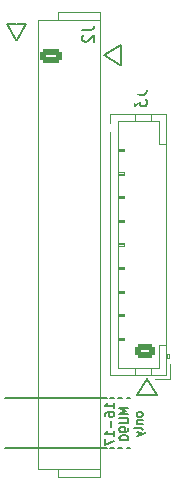
<source format=gbr>
G04 %TF.GenerationSoftware,KiCad,Pcbnew,(6.0.1)@% jlc*
G04 %TF.CreationDate,2022-07-06T22:23:35-07:00@% jlc*
G04 %TF.ProjectId,mu100-dit-connector-board,6d753130-302d-4646-9974-2d636f6e6e65,rev?@% jlc*
G04 %TF.SameCoordinates,PX4a615b8PY2b4db18@% jlc*
G04 %TF.FileFunction,Legend,Bot@% jlc*
G04 %TF.FilePolarity,Positive@% jlc*
%FSLAX46Y46*%
G04 Gerber Fmt 4.6, Leading zero omitted, Abs format (unit mm)*
G04 Created by KiCad (PCBNEW (6.0.1)) date 2022-07-06 22:23:35*
%MOMM*%
%LPD*%
G01*
G04 APERTURE LIST*
G04 Aperture macros list*
%AMRoundRect*
0 Rectangle with rounded corners*
0 $1 Rounding radius*
0 $2 $3 $4 $5 $6 $7 $8 $9 X,Y pos of 4 corners*
0 Add a 4 corners polygon primitive as box body*
4,1,4,$2,$3,$4,$5,$6,$7,$8,$9,$2,$3,0*
0 Add four circle primitives for the rounded corners*
1,1,$1+$1,$2,$3*
1,1,$1+$1,$4,$5*
1,1,$1+$1,$6,$7*
1,1,$1+$1,$8,$9*
0 Add four rect primitives between the rounded corners*
20,1,$1+$1,$2,$3,$4,$5,0*
20,1,$1+$1,$4,$5,$6,$7,0*
20,1,$1+$1,$6,$7,$8,$9,0*
20,1,$1+$1,$8,$9,$2,$3,0*%
G04 Aperture macros list end*
%ADD10C,0.150000*%
%ADD11C,0.120000*%
%ADD12R,1.350000X1.350000*%
%ADD13O,1.350000X1.350000*%
%ADD14RoundRect,0.250000X0.625000X-0.350000X0.625000X0.350000X-0.625000X0.350000X-0.625000X-0.350000X0*%
%ADD15O,1.750000X1.200000*%
%ADD16RoundRect,0.250000X-0.650000X0.350000X-0.650000X-0.350000X0.650000X-0.350000X0.650000X0.350000X0*%
%ADD17O,1.800000X1.200000*%
%ADD18C,0.800000*%
G04 APERTURE END LIST*
D10*
X79933400Y-46552000D02*
X79103400Y-46552000D01*
X79948400Y-47962000D02*
X80768400Y-46562000D01*
X80778400Y-46552000D02*
X79948400Y-46552000D01*
X88175400Y-82430800D02*
X87875400Y-82430800D01*
X87575400Y-78230800D02*
X78975400Y-78230800D01*
X90994400Y-78018800D02*
X91824400Y-78018800D01*
X90979400Y-76608800D02*
X90159400Y-78008800D01*
X88875400Y-82430800D02*
X88575400Y-82430800D01*
X89575400Y-82430800D02*
X89275400Y-82430800D01*
X87348400Y-49212000D02*
X88748400Y-50032000D01*
X88758400Y-50042000D02*
X88758400Y-49212000D01*
X79103400Y-46552000D02*
X79918400Y-47932000D01*
X90149400Y-78018800D02*
X90979400Y-78018800D01*
X87575400Y-82430800D02*
X78975400Y-82430800D01*
X88758400Y-49197000D02*
X88758400Y-48367000D01*
X88758400Y-48367000D02*
X87378400Y-49182000D01*
X88875400Y-78230800D02*
X88575400Y-78230800D01*
X91824400Y-78018800D02*
X91009400Y-76638800D01*
X89575400Y-78230800D02*
X89275400Y-78230800D01*
X88175400Y-78230800D02*
X87875400Y-78230800D01*
X88207185Y-79109371D02*
X88207185Y-78680800D01*
X88207185Y-78895085D02*
X87457185Y-78895085D01*
X87564328Y-78823657D01*
X87635757Y-78752228D01*
X87671471Y-78680800D01*
X87457185Y-79752228D02*
X87457185Y-79609371D01*
X87492900Y-79537942D01*
X87528614Y-79502228D01*
X87635757Y-79430800D01*
X87778614Y-79395085D01*
X88064328Y-79395085D01*
X88135757Y-79430800D01*
X88171471Y-79466514D01*
X88207185Y-79537942D01*
X88207185Y-79680800D01*
X88171471Y-79752228D01*
X88135757Y-79787942D01*
X88064328Y-79823657D01*
X87885757Y-79823657D01*
X87814328Y-79787942D01*
X87778614Y-79752228D01*
X87742900Y-79680800D01*
X87742900Y-79537942D01*
X87778614Y-79466514D01*
X87814328Y-79430800D01*
X87885757Y-79395085D01*
X87921471Y-80145085D02*
X87921471Y-80716514D01*
X88207185Y-81466514D02*
X88207185Y-81037942D01*
X88207185Y-81252228D02*
X87457185Y-81252228D01*
X87564328Y-81180800D01*
X87635757Y-81109371D01*
X87671471Y-81037942D01*
X87457185Y-81716514D02*
X87457185Y-82216514D01*
X88207185Y-81895085D01*
X89414685Y-79073657D02*
X88664685Y-79073657D01*
X89200400Y-79323657D01*
X88664685Y-79573657D01*
X89414685Y-79573657D01*
X88664685Y-79930800D02*
X89271828Y-79930800D01*
X89343257Y-79966514D01*
X89378971Y-80002228D01*
X89414685Y-80073657D01*
X89414685Y-80216514D01*
X89378971Y-80287942D01*
X89343257Y-80323657D01*
X89271828Y-80359371D01*
X88664685Y-80359371D01*
X89414685Y-80752228D02*
X89414685Y-80895085D01*
X89378971Y-80966514D01*
X89343257Y-81002228D01*
X89236114Y-81073657D01*
X89093257Y-81109371D01*
X88807542Y-81109371D01*
X88736114Y-81073657D01*
X88700400Y-81037942D01*
X88664685Y-80966514D01*
X88664685Y-80823657D01*
X88700400Y-80752228D01*
X88736114Y-80716514D01*
X88807542Y-80680800D01*
X88986114Y-80680800D01*
X89057542Y-80716514D01*
X89093257Y-80752228D01*
X89128971Y-80823657D01*
X89128971Y-80966514D01*
X89093257Y-81037942D01*
X89057542Y-81073657D01*
X88986114Y-81109371D01*
X88664685Y-81573657D02*
X88664685Y-81645085D01*
X88700400Y-81716514D01*
X88736114Y-81752228D01*
X88807542Y-81787942D01*
X88950400Y-81823657D01*
X89128971Y-81823657D01*
X89271828Y-81787942D01*
X89343257Y-81752228D01*
X89378971Y-81716514D01*
X89414685Y-81645085D01*
X89414685Y-81573657D01*
X89378971Y-81502228D01*
X89343257Y-81466514D01*
X89271828Y-81430800D01*
X89128971Y-81395085D01*
X88950400Y-81395085D01*
X88807542Y-81430800D01*
X88736114Y-81466514D01*
X88700400Y-81502228D01*
X88664685Y-81573657D01*
X90622185Y-79555800D02*
X90586471Y-79484371D01*
X90550757Y-79448657D01*
X90479328Y-79412942D01*
X90265042Y-79412942D01*
X90193614Y-79448657D01*
X90157900Y-79484371D01*
X90122185Y-79555800D01*
X90122185Y-79662942D01*
X90157900Y-79734371D01*
X90193614Y-79770085D01*
X90265042Y-79805800D01*
X90479328Y-79805800D01*
X90550757Y-79770085D01*
X90586471Y-79734371D01*
X90622185Y-79662942D01*
X90622185Y-79555800D01*
X90122185Y-80127228D02*
X90622185Y-80127228D01*
X90193614Y-80127228D02*
X90157900Y-80162942D01*
X90122185Y-80234371D01*
X90122185Y-80341514D01*
X90157900Y-80412942D01*
X90229328Y-80448657D01*
X90622185Y-80448657D01*
X90622185Y-80912942D02*
X90586471Y-80841514D01*
X90515042Y-80805800D01*
X89872185Y-80805800D01*
X90122185Y-81127228D02*
X90622185Y-81305800D01*
X90122185Y-81484371D02*
X90622185Y-81305800D01*
X90800757Y-81234371D01*
X90836471Y-81198657D01*
X90872185Y-81127228D01*
G04 %TO.C,J3@% jlc*
X89990780Y-52540666D02*
X90705066Y-52540666D01*
X90847923Y-52493047D01*
X90943161Y-52397809D01*
X90990780Y-52254952D01*
X90990780Y-52159714D01*
X89990780Y-52921619D02*
X89990780Y-53540666D01*
X90371733Y-53207333D01*
X90371733Y-53350190D01*
X90419352Y-53445428D01*
X90466971Y-53493047D01*
X90562209Y-53540666D01*
X90800304Y-53540666D01*
X90895542Y-53493047D01*
X90943161Y-53445428D01*
X90990780Y-53350190D01*
X90990780Y-53064476D01*
X90943161Y-52969238D01*
X90895542Y-52921619D01*
G04 %TO.C,J2@% jlc*
X85530780Y-47078666D02*
X86245066Y-47078666D01*
X86387923Y-47031047D01*
X86483161Y-46935809D01*
X86530780Y-46792952D01*
X86530780Y-46697714D01*
X85626019Y-47507238D02*
X85578400Y-47554857D01*
X85530780Y-47650095D01*
X85530780Y-47888190D01*
X85578400Y-47983428D01*
X85626019Y-48031047D01*
X85721257Y-48078666D01*
X85816495Y-48078666D01*
X85959352Y-48031047D01*
X86530780Y-47459619D01*
X86530780Y-48078666D01*
D11*
G04 %TO.C,J3@% jlc*
X89008400Y-71332000D02*
X89008400Y-71132000D01*
X88508400Y-67232000D02*
X89008400Y-67232000D01*
X88508400Y-75682000D02*
X88508400Y-54782000D01*
X89008400Y-61332000D02*
X89008400Y-61132000D01*
X89008400Y-73332000D02*
X89008400Y-73132000D01*
X89008400Y-69332000D02*
X89008400Y-69132000D01*
X89008400Y-59132000D02*
X88508400Y-59132000D01*
X92918400Y-76592000D02*
X91668400Y-76592000D01*
X89008400Y-57332000D02*
X89008400Y-57132000D01*
X88508400Y-61232000D02*
X89008400Y-61232000D01*
X92618400Y-73732000D02*
X92008400Y-73732000D01*
X87898400Y-76292000D02*
X87898400Y-54172000D01*
X92008400Y-54782000D02*
X92008400Y-56732000D01*
X88508400Y-73232000D02*
X89008400Y-73232000D01*
X92918400Y-75342000D02*
X92918400Y-76592000D01*
X92618400Y-74532000D02*
X92818400Y-74532000D01*
X88508400Y-69332000D02*
X89008400Y-69332000D01*
X89008400Y-59332000D02*
X89008400Y-59132000D01*
X89008400Y-71132000D02*
X88508400Y-71132000D01*
X88508400Y-73332000D02*
X89008400Y-73332000D01*
X92008400Y-56732000D02*
X92618400Y-56732000D01*
X89008400Y-63132000D02*
X88508400Y-63132000D01*
X88508400Y-65332000D02*
X89008400Y-65332000D01*
X92618400Y-76292000D02*
X87898400Y-76292000D01*
X89008400Y-67132000D02*
X88508400Y-67132000D01*
X88508400Y-61332000D02*
X89008400Y-61332000D01*
X88508400Y-63232000D02*
X89008400Y-63232000D01*
X92008400Y-73732000D02*
X92008400Y-75682000D01*
X91308400Y-54172000D02*
X91308400Y-54782000D01*
X92818400Y-74532000D02*
X92818400Y-74832000D01*
X89008400Y-57132000D02*
X88508400Y-57132000D01*
X89008400Y-67332000D02*
X89008400Y-67132000D01*
X90008400Y-54172000D02*
X90008400Y-54782000D01*
X88508400Y-63332000D02*
X89008400Y-63332000D01*
X88508400Y-71232000D02*
X89008400Y-71232000D01*
X89008400Y-73132000D02*
X88508400Y-73132000D01*
X92718400Y-74532000D02*
X92718400Y-74832000D01*
X88508400Y-54782000D02*
X92008400Y-54782000D01*
X91308400Y-76292000D02*
X91308400Y-75682000D01*
X89008400Y-61132000D02*
X88508400Y-61132000D01*
X88508400Y-67332000D02*
X89008400Y-67332000D01*
X92618400Y-54172000D02*
X92618400Y-76292000D01*
X92008400Y-75682000D02*
X88508400Y-75682000D01*
X88508400Y-59232000D02*
X89008400Y-59232000D01*
X92818400Y-74832000D02*
X92618400Y-74832000D01*
X88508400Y-57232000D02*
X89008400Y-57232000D01*
X89008400Y-63332000D02*
X89008400Y-63132000D01*
X88508400Y-69232000D02*
X89008400Y-69232000D01*
X88508400Y-71332000D02*
X89008400Y-71332000D01*
X89008400Y-65332000D02*
X89008400Y-65132000D01*
X88508400Y-65232000D02*
X89008400Y-65232000D01*
X90008400Y-76292000D02*
X90008400Y-75682000D01*
X88508400Y-59332000D02*
X89008400Y-59332000D01*
X88508400Y-57332000D02*
X89008400Y-57332000D01*
X87898400Y-54172000D02*
X92618400Y-54172000D01*
X89008400Y-65132000D02*
X88508400Y-65132000D01*
X89008400Y-69132000D02*
X88508400Y-69132000D01*
G04 %TO.C,J2@% jlc*
X83498400Y-84892000D02*
X83498400Y-84242000D01*
X86998400Y-84892000D02*
X86998400Y-84242000D01*
X86998400Y-45592000D02*
X83498400Y-45592000D01*
X86998400Y-84892000D02*
X83498400Y-84892000D01*
X86998400Y-46242000D02*
X86998400Y-45592000D01*
X83498400Y-45592000D02*
X83498400Y-46242000D01*
X86998400Y-46242000D02*
X81798400Y-46242000D01*
X81798400Y-46242000D02*
X81798400Y-84242000D01*
X81798400Y-84242000D02*
X86998400Y-84242000D01*
X86998400Y-84242000D02*
X86998400Y-46242000D01*
G04 %TD@% jlc*
%LPC*%
D12*
G04 %TO.C,J1@% jlc*
X79988400Y-49242000D03*
D13*
X79988400Y-51242000D03*
X79988400Y-53242000D03*
X79988400Y-55242000D03*
X79988400Y-57242000D03*
X79988400Y-59242000D03*
X79988400Y-61242000D03*
X79988400Y-63242000D03*
X79988400Y-65242000D03*
X79988400Y-67242000D03*
X79988400Y-69242000D03*
X79988400Y-71242000D03*
X79988400Y-73242000D03*
X79988400Y-75242000D03*
X79988400Y-77242000D03*
X79988400Y-79242000D03*
X79988400Y-81242000D03*
G04 %TD@% jlc*
D14*
G04 %TO.C,J3@% jlc*
X90808400Y-74232000D03*
D15*
X90808400Y-72232000D03*
X90808400Y-70232000D03*
X90808400Y-68232000D03*
X90808400Y-66232000D03*
X90808400Y-64232000D03*
X90808400Y-62232000D03*
X90808400Y-60232000D03*
X90808400Y-58232000D03*
X90808400Y-56232000D03*
G04 %TD@% jlc*
D16*
G04 %TO.C,J2@% jlc*
X82848400Y-49242000D03*
D17*
X82848400Y-51242000D03*
X82848400Y-53242000D03*
X82848400Y-55242000D03*
X82848400Y-57242000D03*
X82848400Y-59242000D03*
X82848400Y-61242000D03*
X82848400Y-63242000D03*
X82848400Y-65242000D03*
X82848400Y-67242000D03*
X82848400Y-69242000D03*
X82848400Y-71242000D03*
X82848400Y-73242000D03*
X82848400Y-75242000D03*
X82848400Y-77242000D03*
X82848400Y-79242000D03*
X82848400Y-81242000D03*
G04 %TD@% jlc*
D18*
X92088400Y-53722000D03*
X90058400Y-52932000D03*
X85028400Y-54802000D03*
X86388400Y-55292000D03*
X88068400Y-55352000D03*
X84756400Y-59071600D03*
X85213600Y-66310600D03*
M02*

</source>
